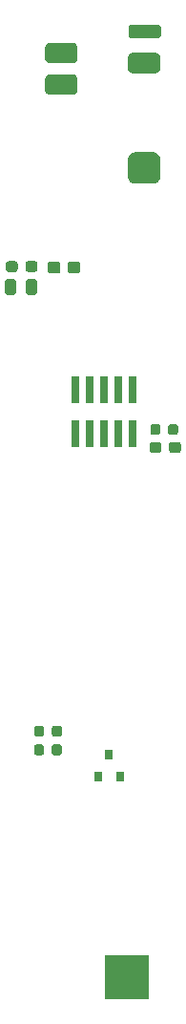
<source format=gbr>
G04 #@! TF.GenerationSoftware,KiCad,Pcbnew,(5.1.0)-1*
G04 #@! TF.CreationDate,2019-05-29T20:43:47+02:00*
G04 #@! TF.ProjectId,WELLER,57454c4c-4552-42e6-9b69-6361645f7063,rev?*
G04 #@! TF.SameCoordinates,Original*
G04 #@! TF.FileFunction,Paste,Bot*
G04 #@! TF.FilePolarity,Positive*
%FSLAX46Y46*%
G04 Gerber Fmt 4.6, Leading zero omitted, Abs format (unit mm)*
G04 Created by KiCad (PCBNEW (5.1.0)-1) date 2019-05-29 20:43:47*
%MOMM*%
%LPD*%
G04 APERTURE LIST*
%ADD10C,0.100000*%
%ADD11C,1.800000*%
%ADD12C,2.800000*%
%ADD13C,1.200000*%
%ADD14R,4.000000X4.000000*%
%ADD15R,0.800000X0.900000*%
%ADD16C,0.875000*%
%ADD17R,0.740000X2.400000*%
%ADD18C,1.050000*%
%ADD19C,0.975000*%
%ADD20C,0.950000*%
G04 APERTURE END LIST*
D10*
G36*
X126539108Y-29852967D02*
G01*
X126582791Y-29859447D01*
X126625628Y-29870177D01*
X126667208Y-29885054D01*
X126707129Y-29903935D01*
X126745007Y-29926639D01*
X126780477Y-29952945D01*
X126813198Y-29982602D01*
X126842855Y-30015323D01*
X126869161Y-30050793D01*
X126891865Y-30088671D01*
X126910746Y-30128592D01*
X126925623Y-30170172D01*
X126936353Y-30213009D01*
X126942833Y-30256692D01*
X126945000Y-30300800D01*
X126945000Y-31200800D01*
X126942833Y-31244908D01*
X126936353Y-31288591D01*
X126925623Y-31331428D01*
X126910746Y-31373008D01*
X126891865Y-31412929D01*
X126869161Y-31450807D01*
X126842855Y-31486277D01*
X126813198Y-31518998D01*
X126780477Y-31548655D01*
X126745007Y-31574961D01*
X126707129Y-31597665D01*
X126667208Y-31616546D01*
X126625628Y-31631423D01*
X126582791Y-31642153D01*
X126539108Y-31648633D01*
X126495000Y-31650800D01*
X124495000Y-31650800D01*
X124450892Y-31648633D01*
X124407209Y-31642153D01*
X124364372Y-31631423D01*
X124322792Y-31616546D01*
X124282871Y-31597665D01*
X124244993Y-31574961D01*
X124209523Y-31548655D01*
X124176802Y-31518998D01*
X124147145Y-31486277D01*
X124120839Y-31450807D01*
X124098135Y-31412929D01*
X124079254Y-31373008D01*
X124064377Y-31331428D01*
X124053647Y-31288591D01*
X124047167Y-31244908D01*
X124045000Y-31200800D01*
X124045000Y-30300800D01*
X124047167Y-30256692D01*
X124053647Y-30213009D01*
X124064377Y-30170172D01*
X124079254Y-30128592D01*
X124098135Y-30088671D01*
X124120839Y-30050793D01*
X124147145Y-30015323D01*
X124176802Y-29982602D01*
X124209523Y-29952945D01*
X124244993Y-29926639D01*
X124282871Y-29903935D01*
X124322792Y-29885054D01*
X124364372Y-29870177D01*
X124407209Y-29859447D01*
X124450892Y-29852967D01*
X124495000Y-29850800D01*
X126495000Y-29850800D01*
X126539108Y-29852967D01*
X126539108Y-29852967D01*
G37*
D11*
X125495000Y-30750800D03*
D10*
G36*
X126539108Y-27052967D02*
G01*
X126582791Y-27059447D01*
X126625628Y-27070177D01*
X126667208Y-27085054D01*
X126707129Y-27103935D01*
X126745007Y-27126639D01*
X126780477Y-27152945D01*
X126813198Y-27182602D01*
X126842855Y-27215323D01*
X126869161Y-27250793D01*
X126891865Y-27288671D01*
X126910746Y-27328592D01*
X126925623Y-27370172D01*
X126936353Y-27413009D01*
X126942833Y-27456692D01*
X126945000Y-27500800D01*
X126945000Y-28400800D01*
X126942833Y-28444908D01*
X126936353Y-28488591D01*
X126925623Y-28531428D01*
X126910746Y-28573008D01*
X126891865Y-28612929D01*
X126869161Y-28650807D01*
X126842855Y-28686277D01*
X126813198Y-28718998D01*
X126780477Y-28748655D01*
X126745007Y-28774961D01*
X126707129Y-28797665D01*
X126667208Y-28816546D01*
X126625628Y-28831423D01*
X126582791Y-28842153D01*
X126539108Y-28848633D01*
X126495000Y-28850800D01*
X124495000Y-28850800D01*
X124450892Y-28848633D01*
X124407209Y-28842153D01*
X124364372Y-28831423D01*
X124322792Y-28816546D01*
X124282871Y-28797665D01*
X124244993Y-28774961D01*
X124209523Y-28748655D01*
X124176802Y-28718998D01*
X124147145Y-28686277D01*
X124120839Y-28650807D01*
X124098135Y-28612929D01*
X124079254Y-28573008D01*
X124064377Y-28531428D01*
X124053647Y-28488591D01*
X124047167Y-28444908D01*
X124045000Y-28400800D01*
X124045000Y-27500800D01*
X124047167Y-27456692D01*
X124053647Y-27413009D01*
X124064377Y-27370172D01*
X124079254Y-27328592D01*
X124098135Y-27288671D01*
X124120839Y-27250793D01*
X124147145Y-27215323D01*
X124176802Y-27182602D01*
X124209523Y-27152945D01*
X124244993Y-27126639D01*
X124282871Y-27103935D01*
X124322792Y-27085054D01*
X124364372Y-27070177D01*
X124407209Y-27059447D01*
X124450892Y-27052967D01*
X124495000Y-27050800D01*
X126495000Y-27050800D01*
X126539108Y-27052967D01*
X126539108Y-27052967D01*
G37*
D11*
X125495000Y-27950800D03*
D10*
G36*
X133663612Y-36754171D02*
G01*
X133731563Y-36764250D01*
X133798199Y-36780942D01*
X133862878Y-36804084D01*
X133924978Y-36833455D01*
X133983899Y-36868771D01*
X134039075Y-36909693D01*
X134089975Y-36955825D01*
X134136107Y-37006725D01*
X134177029Y-37061901D01*
X134212345Y-37120822D01*
X134241716Y-37182922D01*
X134264858Y-37247601D01*
X134281550Y-37314237D01*
X134291629Y-37382188D01*
X134295000Y-37450800D01*
X134295000Y-38850800D01*
X134291629Y-38919412D01*
X134281550Y-38987363D01*
X134264858Y-39053999D01*
X134241716Y-39118678D01*
X134212345Y-39180778D01*
X134177029Y-39239699D01*
X134136107Y-39294875D01*
X134089975Y-39345775D01*
X134039075Y-39391907D01*
X133983899Y-39432829D01*
X133924978Y-39468145D01*
X133862878Y-39497516D01*
X133798199Y-39520658D01*
X133731563Y-39537350D01*
X133663612Y-39547429D01*
X133595000Y-39550800D01*
X132095000Y-39550800D01*
X132026388Y-39547429D01*
X131958437Y-39537350D01*
X131891801Y-39520658D01*
X131827122Y-39497516D01*
X131765022Y-39468145D01*
X131706101Y-39432829D01*
X131650925Y-39391907D01*
X131600025Y-39345775D01*
X131553893Y-39294875D01*
X131512971Y-39239699D01*
X131477655Y-39180778D01*
X131448284Y-39118678D01*
X131425142Y-39053999D01*
X131408450Y-38987363D01*
X131398371Y-38919412D01*
X131395000Y-38850800D01*
X131395000Y-37450800D01*
X131398371Y-37382188D01*
X131408450Y-37314237D01*
X131425142Y-37247601D01*
X131448284Y-37182922D01*
X131477655Y-37120822D01*
X131512971Y-37061901D01*
X131553893Y-37006725D01*
X131600025Y-36955825D01*
X131650925Y-36909693D01*
X131706101Y-36868771D01*
X131765022Y-36833455D01*
X131827122Y-36804084D01*
X131891801Y-36780942D01*
X131958437Y-36764250D01*
X132026388Y-36754171D01*
X132095000Y-36750800D01*
X133595000Y-36750800D01*
X133663612Y-36754171D01*
X133663612Y-36754171D01*
G37*
D12*
X132845000Y-38150800D03*
D10*
G36*
X133889108Y-27952967D02*
G01*
X133932791Y-27959447D01*
X133975628Y-27970177D01*
X134017208Y-27985054D01*
X134057129Y-28003935D01*
X134095007Y-28026639D01*
X134130477Y-28052945D01*
X134163198Y-28082602D01*
X134192855Y-28115323D01*
X134219161Y-28150793D01*
X134241865Y-28188671D01*
X134260746Y-28228592D01*
X134275623Y-28270172D01*
X134286353Y-28313009D01*
X134292833Y-28356692D01*
X134295000Y-28400800D01*
X134295000Y-29300800D01*
X134292833Y-29344908D01*
X134286353Y-29388591D01*
X134275623Y-29431428D01*
X134260746Y-29473008D01*
X134241865Y-29512929D01*
X134219161Y-29550807D01*
X134192855Y-29586277D01*
X134163198Y-29618998D01*
X134130477Y-29648655D01*
X134095007Y-29674961D01*
X134057129Y-29697665D01*
X134017208Y-29716546D01*
X133975628Y-29731423D01*
X133932791Y-29742153D01*
X133889108Y-29748633D01*
X133845000Y-29750800D01*
X131845000Y-29750800D01*
X131800892Y-29748633D01*
X131757209Y-29742153D01*
X131714372Y-29731423D01*
X131672792Y-29716546D01*
X131632871Y-29697665D01*
X131594993Y-29674961D01*
X131559523Y-29648655D01*
X131526802Y-29618998D01*
X131497145Y-29586277D01*
X131470839Y-29550807D01*
X131448135Y-29512929D01*
X131429254Y-29473008D01*
X131414377Y-29431428D01*
X131403647Y-29388591D01*
X131397167Y-29344908D01*
X131395000Y-29300800D01*
X131395000Y-28400800D01*
X131397167Y-28356692D01*
X131403647Y-28313009D01*
X131414377Y-28270172D01*
X131429254Y-28228592D01*
X131448135Y-28188671D01*
X131470839Y-28150793D01*
X131497145Y-28115323D01*
X131526802Y-28082602D01*
X131559523Y-28052945D01*
X131594993Y-28026639D01*
X131632871Y-28003935D01*
X131672792Y-27985054D01*
X131714372Y-27970177D01*
X131757209Y-27959447D01*
X131800892Y-27952967D01*
X131845000Y-27950800D01*
X133845000Y-27950800D01*
X133889108Y-27952967D01*
X133889108Y-27952967D01*
G37*
D11*
X132845000Y-28850800D03*
D10*
G36*
X134074405Y-25452245D02*
G01*
X134103527Y-25456564D01*
X134132085Y-25463718D01*
X134159805Y-25473636D01*
X134186419Y-25486224D01*
X134211671Y-25501359D01*
X134235318Y-25518897D01*
X134257132Y-25538668D01*
X134276903Y-25560482D01*
X134294441Y-25584129D01*
X134309576Y-25609381D01*
X134322164Y-25635995D01*
X134332082Y-25663715D01*
X134339236Y-25692273D01*
X134343555Y-25721395D01*
X134345000Y-25750800D01*
X134345000Y-26350800D01*
X134343555Y-26380205D01*
X134339236Y-26409327D01*
X134332082Y-26437885D01*
X134322164Y-26465605D01*
X134309576Y-26492219D01*
X134294441Y-26517471D01*
X134276903Y-26541118D01*
X134257132Y-26562932D01*
X134235318Y-26582703D01*
X134211671Y-26600241D01*
X134186419Y-26615376D01*
X134159805Y-26627964D01*
X134132085Y-26637882D01*
X134103527Y-26645036D01*
X134074405Y-26649355D01*
X134045000Y-26650800D01*
X131745000Y-26650800D01*
X131715595Y-26649355D01*
X131686473Y-26645036D01*
X131657915Y-26637882D01*
X131630195Y-26627964D01*
X131603581Y-26615376D01*
X131578329Y-26600241D01*
X131554682Y-26582703D01*
X131532868Y-26562932D01*
X131513097Y-26541118D01*
X131495559Y-26517471D01*
X131480424Y-26492219D01*
X131467836Y-26465605D01*
X131457918Y-26437885D01*
X131450764Y-26409327D01*
X131446445Y-26380205D01*
X131445000Y-26350800D01*
X131445000Y-25750800D01*
X131446445Y-25721395D01*
X131450764Y-25692273D01*
X131457918Y-25663715D01*
X131467836Y-25635995D01*
X131480424Y-25609381D01*
X131495559Y-25584129D01*
X131513097Y-25560482D01*
X131532868Y-25538668D01*
X131554682Y-25518897D01*
X131578329Y-25501359D01*
X131603581Y-25486224D01*
X131630195Y-25473636D01*
X131657915Y-25463718D01*
X131686473Y-25456564D01*
X131715595Y-25452245D01*
X131745000Y-25450800D01*
X134045000Y-25450800D01*
X134074405Y-25452245D01*
X134074405Y-25452245D01*
G37*
D13*
X132895000Y-26050800D03*
D14*
X131275800Y-109861600D03*
D15*
X129743200Y-90135200D03*
X128793200Y-92135200D03*
X130693200Y-92135200D03*
D10*
G36*
X123755211Y-89249013D02*
G01*
X123776446Y-89252163D01*
X123797270Y-89257379D01*
X123817482Y-89264611D01*
X123836888Y-89273790D01*
X123855301Y-89284826D01*
X123872544Y-89297614D01*
X123888450Y-89312030D01*
X123902866Y-89327936D01*
X123915654Y-89345179D01*
X123926690Y-89363592D01*
X123935869Y-89382998D01*
X123943101Y-89403210D01*
X123948317Y-89424034D01*
X123951467Y-89445269D01*
X123952520Y-89466710D01*
X123952520Y-89979210D01*
X123951467Y-90000651D01*
X123948317Y-90021886D01*
X123943101Y-90042710D01*
X123935869Y-90062922D01*
X123926690Y-90082328D01*
X123915654Y-90100741D01*
X123902866Y-90117984D01*
X123888450Y-90133890D01*
X123872544Y-90148306D01*
X123855301Y-90161094D01*
X123836888Y-90172130D01*
X123817482Y-90181309D01*
X123797270Y-90188541D01*
X123776446Y-90193757D01*
X123755211Y-90196907D01*
X123733770Y-90197960D01*
X123296270Y-90197960D01*
X123274829Y-90196907D01*
X123253594Y-90193757D01*
X123232770Y-90188541D01*
X123212558Y-90181309D01*
X123193152Y-90172130D01*
X123174739Y-90161094D01*
X123157496Y-90148306D01*
X123141590Y-90133890D01*
X123127174Y-90117984D01*
X123114386Y-90100741D01*
X123103350Y-90082328D01*
X123094171Y-90062922D01*
X123086939Y-90042710D01*
X123081723Y-90021886D01*
X123078573Y-90000651D01*
X123077520Y-89979210D01*
X123077520Y-89466710D01*
X123078573Y-89445269D01*
X123081723Y-89424034D01*
X123086939Y-89403210D01*
X123094171Y-89382998D01*
X123103350Y-89363592D01*
X123114386Y-89345179D01*
X123127174Y-89327936D01*
X123141590Y-89312030D01*
X123157496Y-89297614D01*
X123174739Y-89284826D01*
X123193152Y-89273790D01*
X123212558Y-89264611D01*
X123232770Y-89257379D01*
X123253594Y-89252163D01*
X123274829Y-89249013D01*
X123296270Y-89247960D01*
X123733770Y-89247960D01*
X123755211Y-89249013D01*
X123755211Y-89249013D01*
G37*
D16*
X123515020Y-89722960D03*
D10*
G36*
X125330211Y-89249013D02*
G01*
X125351446Y-89252163D01*
X125372270Y-89257379D01*
X125392482Y-89264611D01*
X125411888Y-89273790D01*
X125430301Y-89284826D01*
X125447544Y-89297614D01*
X125463450Y-89312030D01*
X125477866Y-89327936D01*
X125490654Y-89345179D01*
X125501690Y-89363592D01*
X125510869Y-89382998D01*
X125518101Y-89403210D01*
X125523317Y-89424034D01*
X125526467Y-89445269D01*
X125527520Y-89466710D01*
X125527520Y-89979210D01*
X125526467Y-90000651D01*
X125523317Y-90021886D01*
X125518101Y-90042710D01*
X125510869Y-90062922D01*
X125501690Y-90082328D01*
X125490654Y-90100741D01*
X125477866Y-90117984D01*
X125463450Y-90133890D01*
X125447544Y-90148306D01*
X125430301Y-90161094D01*
X125411888Y-90172130D01*
X125392482Y-90181309D01*
X125372270Y-90188541D01*
X125351446Y-90193757D01*
X125330211Y-90196907D01*
X125308770Y-90197960D01*
X124871270Y-90197960D01*
X124849829Y-90196907D01*
X124828594Y-90193757D01*
X124807770Y-90188541D01*
X124787558Y-90181309D01*
X124768152Y-90172130D01*
X124749739Y-90161094D01*
X124732496Y-90148306D01*
X124716590Y-90133890D01*
X124702174Y-90117984D01*
X124689386Y-90100741D01*
X124678350Y-90082328D01*
X124669171Y-90062922D01*
X124661939Y-90042710D01*
X124656723Y-90021886D01*
X124653573Y-90000651D01*
X124652520Y-89979210D01*
X124652520Y-89466710D01*
X124653573Y-89445269D01*
X124656723Y-89424034D01*
X124661939Y-89403210D01*
X124669171Y-89382998D01*
X124678350Y-89363592D01*
X124689386Y-89345179D01*
X124702174Y-89327936D01*
X124716590Y-89312030D01*
X124732496Y-89297614D01*
X124749739Y-89284826D01*
X124768152Y-89273790D01*
X124787558Y-89264611D01*
X124807770Y-89257379D01*
X124828594Y-89252163D01*
X124849829Y-89249013D01*
X124871270Y-89247960D01*
X125308770Y-89247960D01*
X125330211Y-89249013D01*
X125330211Y-89249013D01*
G37*
D16*
X125090020Y-89722960D03*
D10*
G36*
X125335291Y-87598013D02*
G01*
X125356526Y-87601163D01*
X125377350Y-87606379D01*
X125397562Y-87613611D01*
X125416968Y-87622790D01*
X125435381Y-87633826D01*
X125452624Y-87646614D01*
X125468530Y-87661030D01*
X125482946Y-87676936D01*
X125495734Y-87694179D01*
X125506770Y-87712592D01*
X125515949Y-87731998D01*
X125523181Y-87752210D01*
X125528397Y-87773034D01*
X125531547Y-87794269D01*
X125532600Y-87815710D01*
X125532600Y-88328210D01*
X125531547Y-88349651D01*
X125528397Y-88370886D01*
X125523181Y-88391710D01*
X125515949Y-88411922D01*
X125506770Y-88431328D01*
X125495734Y-88449741D01*
X125482946Y-88466984D01*
X125468530Y-88482890D01*
X125452624Y-88497306D01*
X125435381Y-88510094D01*
X125416968Y-88521130D01*
X125397562Y-88530309D01*
X125377350Y-88537541D01*
X125356526Y-88542757D01*
X125335291Y-88545907D01*
X125313850Y-88546960D01*
X124876350Y-88546960D01*
X124854909Y-88545907D01*
X124833674Y-88542757D01*
X124812850Y-88537541D01*
X124792638Y-88530309D01*
X124773232Y-88521130D01*
X124754819Y-88510094D01*
X124737576Y-88497306D01*
X124721670Y-88482890D01*
X124707254Y-88466984D01*
X124694466Y-88449741D01*
X124683430Y-88431328D01*
X124674251Y-88411922D01*
X124667019Y-88391710D01*
X124661803Y-88370886D01*
X124658653Y-88349651D01*
X124657600Y-88328210D01*
X124657600Y-87815710D01*
X124658653Y-87794269D01*
X124661803Y-87773034D01*
X124667019Y-87752210D01*
X124674251Y-87731998D01*
X124683430Y-87712592D01*
X124694466Y-87694179D01*
X124707254Y-87676936D01*
X124721670Y-87661030D01*
X124737576Y-87646614D01*
X124754819Y-87633826D01*
X124773232Y-87622790D01*
X124792638Y-87613611D01*
X124812850Y-87606379D01*
X124833674Y-87601163D01*
X124854909Y-87598013D01*
X124876350Y-87596960D01*
X125313850Y-87596960D01*
X125335291Y-87598013D01*
X125335291Y-87598013D01*
G37*
D16*
X125095100Y-88071960D03*
D10*
G36*
X123760291Y-87598013D02*
G01*
X123781526Y-87601163D01*
X123802350Y-87606379D01*
X123822562Y-87613611D01*
X123841968Y-87622790D01*
X123860381Y-87633826D01*
X123877624Y-87646614D01*
X123893530Y-87661030D01*
X123907946Y-87676936D01*
X123920734Y-87694179D01*
X123931770Y-87712592D01*
X123940949Y-87731998D01*
X123948181Y-87752210D01*
X123953397Y-87773034D01*
X123956547Y-87794269D01*
X123957600Y-87815710D01*
X123957600Y-88328210D01*
X123956547Y-88349651D01*
X123953397Y-88370886D01*
X123948181Y-88391710D01*
X123940949Y-88411922D01*
X123931770Y-88431328D01*
X123920734Y-88449741D01*
X123907946Y-88466984D01*
X123893530Y-88482890D01*
X123877624Y-88497306D01*
X123860381Y-88510094D01*
X123841968Y-88521130D01*
X123822562Y-88530309D01*
X123802350Y-88537541D01*
X123781526Y-88542757D01*
X123760291Y-88545907D01*
X123738850Y-88546960D01*
X123301350Y-88546960D01*
X123279909Y-88545907D01*
X123258674Y-88542757D01*
X123237850Y-88537541D01*
X123217638Y-88530309D01*
X123198232Y-88521130D01*
X123179819Y-88510094D01*
X123162576Y-88497306D01*
X123146670Y-88482890D01*
X123132254Y-88466984D01*
X123119466Y-88449741D01*
X123108430Y-88431328D01*
X123099251Y-88411922D01*
X123092019Y-88391710D01*
X123086803Y-88370886D01*
X123083653Y-88349651D01*
X123082600Y-88328210D01*
X123082600Y-87815710D01*
X123083653Y-87794269D01*
X123086803Y-87773034D01*
X123092019Y-87752210D01*
X123099251Y-87731998D01*
X123108430Y-87712592D01*
X123119466Y-87694179D01*
X123132254Y-87676936D01*
X123146670Y-87661030D01*
X123162576Y-87646614D01*
X123179819Y-87633826D01*
X123198232Y-87622790D01*
X123217638Y-87613611D01*
X123237850Y-87606379D01*
X123258674Y-87601163D01*
X123279909Y-87598013D01*
X123301350Y-87596960D01*
X123738850Y-87596960D01*
X123760291Y-87598013D01*
X123760291Y-87598013D01*
G37*
D16*
X123520100Y-88071960D03*
D17*
X131780280Y-61690800D03*
X131780280Y-57790800D03*
X130510280Y-61690800D03*
X130510280Y-57790800D03*
X129240280Y-61690800D03*
X129240280Y-57790800D03*
X127970280Y-61690800D03*
X127970280Y-57790800D03*
X126700280Y-61690800D03*
X126700280Y-57790800D03*
D10*
G36*
X126954505Y-46466204D02*
G01*
X126978773Y-46469804D01*
X127002572Y-46475765D01*
X127025671Y-46484030D01*
X127047850Y-46494520D01*
X127068893Y-46507132D01*
X127088599Y-46521747D01*
X127106777Y-46538223D01*
X127123253Y-46556401D01*
X127137868Y-46576107D01*
X127150480Y-46597150D01*
X127160970Y-46619329D01*
X127169235Y-46642428D01*
X127175196Y-46666227D01*
X127178796Y-46690495D01*
X127180000Y-46714999D01*
X127180000Y-47265001D01*
X127178796Y-47289505D01*
X127175196Y-47313773D01*
X127169235Y-47337572D01*
X127160970Y-47360671D01*
X127150480Y-47382850D01*
X127137868Y-47403893D01*
X127123253Y-47423599D01*
X127106777Y-47441777D01*
X127088599Y-47458253D01*
X127068893Y-47472868D01*
X127047850Y-47485480D01*
X127025671Y-47495970D01*
X127002572Y-47504235D01*
X126978773Y-47510196D01*
X126954505Y-47513796D01*
X126930001Y-47515000D01*
X126304999Y-47515000D01*
X126280495Y-47513796D01*
X126256227Y-47510196D01*
X126232428Y-47504235D01*
X126209329Y-47495970D01*
X126187150Y-47485480D01*
X126166107Y-47472868D01*
X126146401Y-47458253D01*
X126128223Y-47441777D01*
X126111747Y-47423599D01*
X126097132Y-47403893D01*
X126084520Y-47382850D01*
X126074030Y-47360671D01*
X126065765Y-47337572D01*
X126059804Y-47313773D01*
X126056204Y-47289505D01*
X126055000Y-47265001D01*
X126055000Y-46714999D01*
X126056204Y-46690495D01*
X126059804Y-46666227D01*
X126065765Y-46642428D01*
X126074030Y-46619329D01*
X126084520Y-46597150D01*
X126097132Y-46576107D01*
X126111747Y-46556401D01*
X126128223Y-46538223D01*
X126146401Y-46521747D01*
X126166107Y-46507132D01*
X126187150Y-46494520D01*
X126209329Y-46484030D01*
X126232428Y-46475765D01*
X126256227Y-46469804D01*
X126280495Y-46466204D01*
X126304999Y-46465000D01*
X126930001Y-46465000D01*
X126954505Y-46466204D01*
X126954505Y-46466204D01*
G37*
D18*
X126617500Y-46990000D03*
D10*
G36*
X125179505Y-46466204D02*
G01*
X125203773Y-46469804D01*
X125227572Y-46475765D01*
X125250671Y-46484030D01*
X125272850Y-46494520D01*
X125293893Y-46507132D01*
X125313599Y-46521747D01*
X125331777Y-46538223D01*
X125348253Y-46556401D01*
X125362868Y-46576107D01*
X125375480Y-46597150D01*
X125385970Y-46619329D01*
X125394235Y-46642428D01*
X125400196Y-46666227D01*
X125403796Y-46690495D01*
X125405000Y-46714999D01*
X125405000Y-47265001D01*
X125403796Y-47289505D01*
X125400196Y-47313773D01*
X125394235Y-47337572D01*
X125385970Y-47360671D01*
X125375480Y-47382850D01*
X125362868Y-47403893D01*
X125348253Y-47423599D01*
X125331777Y-47441777D01*
X125313599Y-47458253D01*
X125293893Y-47472868D01*
X125272850Y-47485480D01*
X125250671Y-47495970D01*
X125227572Y-47504235D01*
X125203773Y-47510196D01*
X125179505Y-47513796D01*
X125155001Y-47515000D01*
X124529999Y-47515000D01*
X124505495Y-47513796D01*
X124481227Y-47510196D01*
X124457428Y-47504235D01*
X124434329Y-47495970D01*
X124412150Y-47485480D01*
X124391107Y-47472868D01*
X124371401Y-47458253D01*
X124353223Y-47441777D01*
X124336747Y-47423599D01*
X124322132Y-47403893D01*
X124309520Y-47382850D01*
X124299030Y-47360671D01*
X124290765Y-47337572D01*
X124284804Y-47313773D01*
X124281204Y-47289505D01*
X124280000Y-47265001D01*
X124280000Y-46714999D01*
X124281204Y-46690495D01*
X124284804Y-46666227D01*
X124290765Y-46642428D01*
X124299030Y-46619329D01*
X124309520Y-46597150D01*
X124322132Y-46576107D01*
X124336747Y-46556401D01*
X124353223Y-46538223D01*
X124371401Y-46521747D01*
X124391107Y-46507132D01*
X124412150Y-46494520D01*
X124434329Y-46484030D01*
X124457428Y-46475765D01*
X124481227Y-46469804D01*
X124505495Y-46466204D01*
X124529999Y-46465000D01*
X125155001Y-46465000D01*
X125179505Y-46466204D01*
X125179505Y-46466204D01*
G37*
D18*
X124842500Y-46990000D03*
D10*
G36*
X123127442Y-47992974D02*
G01*
X123151103Y-47996484D01*
X123174307Y-48002296D01*
X123196829Y-48010354D01*
X123218453Y-48020582D01*
X123238970Y-48032879D01*
X123258183Y-48047129D01*
X123275907Y-48063193D01*
X123291971Y-48080917D01*
X123306221Y-48100130D01*
X123318518Y-48120647D01*
X123328746Y-48142271D01*
X123336804Y-48164793D01*
X123342616Y-48187997D01*
X123346126Y-48211658D01*
X123347300Y-48235550D01*
X123347300Y-49148050D01*
X123346126Y-49171942D01*
X123342616Y-49195603D01*
X123336804Y-49218807D01*
X123328746Y-49241329D01*
X123318518Y-49262953D01*
X123306221Y-49283470D01*
X123291971Y-49302683D01*
X123275907Y-49320407D01*
X123258183Y-49336471D01*
X123238970Y-49350721D01*
X123218453Y-49363018D01*
X123196829Y-49373246D01*
X123174307Y-49381304D01*
X123151103Y-49387116D01*
X123127442Y-49390626D01*
X123103550Y-49391800D01*
X122616050Y-49391800D01*
X122592158Y-49390626D01*
X122568497Y-49387116D01*
X122545293Y-49381304D01*
X122522771Y-49373246D01*
X122501147Y-49363018D01*
X122480630Y-49350721D01*
X122461417Y-49336471D01*
X122443693Y-49320407D01*
X122427629Y-49302683D01*
X122413379Y-49283470D01*
X122401082Y-49262953D01*
X122390854Y-49241329D01*
X122382796Y-49218807D01*
X122376984Y-49195603D01*
X122373474Y-49171942D01*
X122372300Y-49148050D01*
X122372300Y-48235550D01*
X122373474Y-48211658D01*
X122376984Y-48187997D01*
X122382796Y-48164793D01*
X122390854Y-48142271D01*
X122401082Y-48120647D01*
X122413379Y-48100130D01*
X122427629Y-48080917D01*
X122443693Y-48063193D01*
X122461417Y-48047129D01*
X122480630Y-48032879D01*
X122501147Y-48020582D01*
X122522771Y-48010354D01*
X122545293Y-48002296D01*
X122568497Y-47996484D01*
X122592158Y-47992974D01*
X122616050Y-47991800D01*
X123103550Y-47991800D01*
X123127442Y-47992974D01*
X123127442Y-47992974D01*
G37*
D19*
X122859800Y-48691800D03*
D10*
G36*
X121252442Y-47992974D02*
G01*
X121276103Y-47996484D01*
X121299307Y-48002296D01*
X121321829Y-48010354D01*
X121343453Y-48020582D01*
X121363970Y-48032879D01*
X121383183Y-48047129D01*
X121400907Y-48063193D01*
X121416971Y-48080917D01*
X121431221Y-48100130D01*
X121443518Y-48120647D01*
X121453746Y-48142271D01*
X121461804Y-48164793D01*
X121467616Y-48187997D01*
X121471126Y-48211658D01*
X121472300Y-48235550D01*
X121472300Y-49148050D01*
X121471126Y-49171942D01*
X121467616Y-49195603D01*
X121461804Y-49218807D01*
X121453746Y-49241329D01*
X121443518Y-49262953D01*
X121431221Y-49283470D01*
X121416971Y-49302683D01*
X121400907Y-49320407D01*
X121383183Y-49336471D01*
X121363970Y-49350721D01*
X121343453Y-49363018D01*
X121321829Y-49373246D01*
X121299307Y-49381304D01*
X121276103Y-49387116D01*
X121252442Y-49390626D01*
X121228550Y-49391800D01*
X120741050Y-49391800D01*
X120717158Y-49390626D01*
X120693497Y-49387116D01*
X120670293Y-49381304D01*
X120647771Y-49373246D01*
X120626147Y-49363018D01*
X120605630Y-49350721D01*
X120586417Y-49336471D01*
X120568693Y-49320407D01*
X120552629Y-49302683D01*
X120538379Y-49283470D01*
X120526082Y-49262953D01*
X120515854Y-49241329D01*
X120507796Y-49218807D01*
X120501984Y-49195603D01*
X120498474Y-49171942D01*
X120497300Y-49148050D01*
X120497300Y-48235550D01*
X120498474Y-48211658D01*
X120501984Y-48187997D01*
X120507796Y-48164793D01*
X120515854Y-48142271D01*
X120526082Y-48120647D01*
X120538379Y-48100130D01*
X120552629Y-48080917D01*
X120568693Y-48063193D01*
X120586417Y-48047129D01*
X120605630Y-48032879D01*
X120626147Y-48020582D01*
X120647771Y-48010354D01*
X120670293Y-48002296D01*
X120693497Y-47996484D01*
X120717158Y-47992974D01*
X120741050Y-47991800D01*
X121228550Y-47991800D01*
X121252442Y-47992974D01*
X121252442Y-47992974D01*
G37*
D19*
X120984800Y-48691800D03*
D10*
G36*
X135652771Y-60861973D02*
G01*
X135674006Y-60865123D01*
X135694830Y-60870339D01*
X135715042Y-60877571D01*
X135734448Y-60886750D01*
X135752861Y-60897786D01*
X135770104Y-60910574D01*
X135786010Y-60924990D01*
X135800426Y-60940896D01*
X135813214Y-60958139D01*
X135824250Y-60976552D01*
X135833429Y-60995958D01*
X135840661Y-61016170D01*
X135845877Y-61036994D01*
X135849027Y-61058229D01*
X135850080Y-61079670D01*
X135850080Y-61592170D01*
X135849027Y-61613611D01*
X135845877Y-61634846D01*
X135840661Y-61655670D01*
X135833429Y-61675882D01*
X135824250Y-61695288D01*
X135813214Y-61713701D01*
X135800426Y-61730944D01*
X135786010Y-61746850D01*
X135770104Y-61761266D01*
X135752861Y-61774054D01*
X135734448Y-61785090D01*
X135715042Y-61794269D01*
X135694830Y-61801501D01*
X135674006Y-61806717D01*
X135652771Y-61809867D01*
X135631330Y-61810920D01*
X135193830Y-61810920D01*
X135172389Y-61809867D01*
X135151154Y-61806717D01*
X135130330Y-61801501D01*
X135110118Y-61794269D01*
X135090712Y-61785090D01*
X135072299Y-61774054D01*
X135055056Y-61761266D01*
X135039150Y-61746850D01*
X135024734Y-61730944D01*
X135011946Y-61713701D01*
X135000910Y-61695288D01*
X134991731Y-61675882D01*
X134984499Y-61655670D01*
X134979283Y-61634846D01*
X134976133Y-61613611D01*
X134975080Y-61592170D01*
X134975080Y-61079670D01*
X134976133Y-61058229D01*
X134979283Y-61036994D01*
X134984499Y-61016170D01*
X134991731Y-60995958D01*
X135000910Y-60976552D01*
X135011946Y-60958139D01*
X135024734Y-60940896D01*
X135039150Y-60924990D01*
X135055056Y-60910574D01*
X135072299Y-60897786D01*
X135090712Y-60886750D01*
X135110118Y-60877571D01*
X135130330Y-60870339D01*
X135151154Y-60865123D01*
X135172389Y-60861973D01*
X135193830Y-60860920D01*
X135631330Y-60860920D01*
X135652771Y-60861973D01*
X135652771Y-60861973D01*
G37*
D16*
X135412580Y-61335920D03*
D10*
G36*
X134077771Y-60861973D02*
G01*
X134099006Y-60865123D01*
X134119830Y-60870339D01*
X134140042Y-60877571D01*
X134159448Y-60886750D01*
X134177861Y-60897786D01*
X134195104Y-60910574D01*
X134211010Y-60924990D01*
X134225426Y-60940896D01*
X134238214Y-60958139D01*
X134249250Y-60976552D01*
X134258429Y-60995958D01*
X134265661Y-61016170D01*
X134270877Y-61036994D01*
X134274027Y-61058229D01*
X134275080Y-61079670D01*
X134275080Y-61592170D01*
X134274027Y-61613611D01*
X134270877Y-61634846D01*
X134265661Y-61655670D01*
X134258429Y-61675882D01*
X134249250Y-61695288D01*
X134238214Y-61713701D01*
X134225426Y-61730944D01*
X134211010Y-61746850D01*
X134195104Y-61761266D01*
X134177861Y-61774054D01*
X134159448Y-61785090D01*
X134140042Y-61794269D01*
X134119830Y-61801501D01*
X134099006Y-61806717D01*
X134077771Y-61809867D01*
X134056330Y-61810920D01*
X133618830Y-61810920D01*
X133597389Y-61809867D01*
X133576154Y-61806717D01*
X133555330Y-61801501D01*
X133535118Y-61794269D01*
X133515712Y-61785090D01*
X133497299Y-61774054D01*
X133480056Y-61761266D01*
X133464150Y-61746850D01*
X133449734Y-61730944D01*
X133436946Y-61713701D01*
X133425910Y-61695288D01*
X133416731Y-61675882D01*
X133409499Y-61655670D01*
X133404283Y-61634846D01*
X133401133Y-61613611D01*
X133400080Y-61592170D01*
X133400080Y-61079670D01*
X133401133Y-61058229D01*
X133404283Y-61036994D01*
X133409499Y-61016170D01*
X133416731Y-60995958D01*
X133425910Y-60976552D01*
X133436946Y-60958139D01*
X133449734Y-60940896D01*
X133464150Y-60924990D01*
X133480056Y-60910574D01*
X133497299Y-60897786D01*
X133515712Y-60886750D01*
X133535118Y-60877571D01*
X133555330Y-60870339D01*
X133576154Y-60865123D01*
X133597389Y-60861973D01*
X133618830Y-60860920D01*
X134056330Y-60860920D01*
X134077771Y-60861973D01*
X134077771Y-60861973D01*
G37*
D16*
X133837580Y-61335920D03*
D10*
G36*
X134147219Y-62441944D02*
G01*
X134170274Y-62445363D01*
X134192883Y-62451027D01*
X134214827Y-62458879D01*
X134235897Y-62468844D01*
X134255888Y-62480826D01*
X134274608Y-62494710D01*
X134291878Y-62510362D01*
X134307530Y-62527632D01*
X134321414Y-62546352D01*
X134333396Y-62566343D01*
X134343361Y-62587413D01*
X134351213Y-62609357D01*
X134356877Y-62631966D01*
X134360296Y-62655021D01*
X134361440Y-62678300D01*
X134361440Y-63153300D01*
X134360296Y-63176579D01*
X134356877Y-63199634D01*
X134351213Y-63222243D01*
X134343361Y-63244187D01*
X134333396Y-63265257D01*
X134321414Y-63285248D01*
X134307530Y-63303968D01*
X134291878Y-63321238D01*
X134274608Y-63336890D01*
X134255888Y-63350774D01*
X134235897Y-63362756D01*
X134214827Y-63372721D01*
X134192883Y-63380573D01*
X134170274Y-63386237D01*
X134147219Y-63389656D01*
X134123940Y-63390800D01*
X133548940Y-63390800D01*
X133525661Y-63389656D01*
X133502606Y-63386237D01*
X133479997Y-63380573D01*
X133458053Y-63372721D01*
X133436983Y-63362756D01*
X133416992Y-63350774D01*
X133398272Y-63336890D01*
X133381002Y-63321238D01*
X133365350Y-63303968D01*
X133351466Y-63285248D01*
X133339484Y-63265257D01*
X133329519Y-63244187D01*
X133321667Y-63222243D01*
X133316003Y-63199634D01*
X133312584Y-63176579D01*
X133311440Y-63153300D01*
X133311440Y-62678300D01*
X133312584Y-62655021D01*
X133316003Y-62631966D01*
X133321667Y-62609357D01*
X133329519Y-62587413D01*
X133339484Y-62566343D01*
X133351466Y-62546352D01*
X133365350Y-62527632D01*
X133381002Y-62510362D01*
X133398272Y-62494710D01*
X133416992Y-62480826D01*
X133436983Y-62468844D01*
X133458053Y-62458879D01*
X133479997Y-62451027D01*
X133502606Y-62445363D01*
X133525661Y-62441944D01*
X133548940Y-62440800D01*
X134123940Y-62440800D01*
X134147219Y-62441944D01*
X134147219Y-62441944D01*
G37*
D20*
X133836440Y-62915800D03*
D10*
G36*
X135897219Y-62441944D02*
G01*
X135920274Y-62445363D01*
X135942883Y-62451027D01*
X135964827Y-62458879D01*
X135985897Y-62468844D01*
X136005888Y-62480826D01*
X136024608Y-62494710D01*
X136041878Y-62510362D01*
X136057530Y-62527632D01*
X136071414Y-62546352D01*
X136083396Y-62566343D01*
X136093361Y-62587413D01*
X136101213Y-62609357D01*
X136106877Y-62631966D01*
X136110296Y-62655021D01*
X136111440Y-62678300D01*
X136111440Y-63153300D01*
X136110296Y-63176579D01*
X136106877Y-63199634D01*
X136101213Y-63222243D01*
X136093361Y-63244187D01*
X136083396Y-63265257D01*
X136071414Y-63285248D01*
X136057530Y-63303968D01*
X136041878Y-63321238D01*
X136024608Y-63336890D01*
X136005888Y-63350774D01*
X135985897Y-63362756D01*
X135964827Y-63372721D01*
X135942883Y-63380573D01*
X135920274Y-63386237D01*
X135897219Y-63389656D01*
X135873940Y-63390800D01*
X135298940Y-63390800D01*
X135275661Y-63389656D01*
X135252606Y-63386237D01*
X135229997Y-63380573D01*
X135208053Y-63372721D01*
X135186983Y-63362756D01*
X135166992Y-63350774D01*
X135148272Y-63336890D01*
X135131002Y-63321238D01*
X135115350Y-63303968D01*
X135101466Y-63285248D01*
X135089484Y-63265257D01*
X135079519Y-63244187D01*
X135071667Y-63222243D01*
X135066003Y-63199634D01*
X135062584Y-63176579D01*
X135061440Y-63153300D01*
X135061440Y-62678300D01*
X135062584Y-62655021D01*
X135066003Y-62631966D01*
X135071667Y-62609357D01*
X135079519Y-62587413D01*
X135089484Y-62566343D01*
X135101466Y-62546352D01*
X135115350Y-62527632D01*
X135131002Y-62510362D01*
X135148272Y-62494710D01*
X135166992Y-62480826D01*
X135186983Y-62468844D01*
X135208053Y-62458879D01*
X135229997Y-62451027D01*
X135252606Y-62445363D01*
X135275661Y-62441944D01*
X135298940Y-62440800D01*
X135873940Y-62440800D01*
X135897219Y-62441944D01*
X135897219Y-62441944D01*
G37*
D20*
X135586440Y-62915800D03*
D10*
G36*
X123156579Y-46414544D02*
G01*
X123179634Y-46417963D01*
X123202243Y-46423627D01*
X123224187Y-46431479D01*
X123245257Y-46441444D01*
X123265248Y-46453426D01*
X123283968Y-46467310D01*
X123301238Y-46482962D01*
X123316890Y-46500232D01*
X123330774Y-46518952D01*
X123342756Y-46538943D01*
X123352721Y-46560013D01*
X123360573Y-46581957D01*
X123366237Y-46604566D01*
X123369656Y-46627621D01*
X123370800Y-46650900D01*
X123370800Y-47125900D01*
X123369656Y-47149179D01*
X123366237Y-47172234D01*
X123360573Y-47194843D01*
X123352721Y-47216787D01*
X123342756Y-47237857D01*
X123330774Y-47257848D01*
X123316890Y-47276568D01*
X123301238Y-47293838D01*
X123283968Y-47309490D01*
X123265248Y-47323374D01*
X123245257Y-47335356D01*
X123224187Y-47345321D01*
X123202243Y-47353173D01*
X123179634Y-47358837D01*
X123156579Y-47362256D01*
X123133300Y-47363400D01*
X122558300Y-47363400D01*
X122535021Y-47362256D01*
X122511966Y-47358837D01*
X122489357Y-47353173D01*
X122467413Y-47345321D01*
X122446343Y-47335356D01*
X122426352Y-47323374D01*
X122407632Y-47309490D01*
X122390362Y-47293838D01*
X122374710Y-47276568D01*
X122360826Y-47257848D01*
X122348844Y-47237857D01*
X122338879Y-47216787D01*
X122331027Y-47194843D01*
X122325363Y-47172234D01*
X122321944Y-47149179D01*
X122320800Y-47125900D01*
X122320800Y-46650900D01*
X122321944Y-46627621D01*
X122325363Y-46604566D01*
X122331027Y-46581957D01*
X122338879Y-46560013D01*
X122348844Y-46538943D01*
X122360826Y-46518952D01*
X122374710Y-46500232D01*
X122390362Y-46482962D01*
X122407632Y-46467310D01*
X122426352Y-46453426D01*
X122446343Y-46441444D01*
X122467413Y-46431479D01*
X122489357Y-46423627D01*
X122511966Y-46417963D01*
X122535021Y-46414544D01*
X122558300Y-46413400D01*
X123133300Y-46413400D01*
X123156579Y-46414544D01*
X123156579Y-46414544D01*
G37*
D20*
X122845800Y-46888400D03*
D10*
G36*
X121406579Y-46414544D02*
G01*
X121429634Y-46417963D01*
X121452243Y-46423627D01*
X121474187Y-46431479D01*
X121495257Y-46441444D01*
X121515248Y-46453426D01*
X121533968Y-46467310D01*
X121551238Y-46482962D01*
X121566890Y-46500232D01*
X121580774Y-46518952D01*
X121592756Y-46538943D01*
X121602721Y-46560013D01*
X121610573Y-46581957D01*
X121616237Y-46604566D01*
X121619656Y-46627621D01*
X121620800Y-46650900D01*
X121620800Y-47125900D01*
X121619656Y-47149179D01*
X121616237Y-47172234D01*
X121610573Y-47194843D01*
X121602721Y-47216787D01*
X121592756Y-47237857D01*
X121580774Y-47257848D01*
X121566890Y-47276568D01*
X121551238Y-47293838D01*
X121533968Y-47309490D01*
X121515248Y-47323374D01*
X121495257Y-47335356D01*
X121474187Y-47345321D01*
X121452243Y-47353173D01*
X121429634Y-47358837D01*
X121406579Y-47362256D01*
X121383300Y-47363400D01*
X120808300Y-47363400D01*
X120785021Y-47362256D01*
X120761966Y-47358837D01*
X120739357Y-47353173D01*
X120717413Y-47345321D01*
X120696343Y-47335356D01*
X120676352Y-47323374D01*
X120657632Y-47309490D01*
X120640362Y-47293838D01*
X120624710Y-47276568D01*
X120610826Y-47257848D01*
X120598844Y-47237857D01*
X120588879Y-47216787D01*
X120581027Y-47194843D01*
X120575363Y-47172234D01*
X120571944Y-47149179D01*
X120570800Y-47125900D01*
X120570800Y-46650900D01*
X120571944Y-46627621D01*
X120575363Y-46604566D01*
X120581027Y-46581957D01*
X120588879Y-46560013D01*
X120598844Y-46538943D01*
X120610826Y-46518952D01*
X120624710Y-46500232D01*
X120640362Y-46482962D01*
X120657632Y-46467310D01*
X120676352Y-46453426D01*
X120696343Y-46441444D01*
X120717413Y-46431479D01*
X120739357Y-46423627D01*
X120761966Y-46417963D01*
X120785021Y-46414544D01*
X120808300Y-46413400D01*
X121383300Y-46413400D01*
X121406579Y-46414544D01*
X121406579Y-46414544D01*
G37*
D20*
X121095800Y-46888400D03*
M02*

</source>
